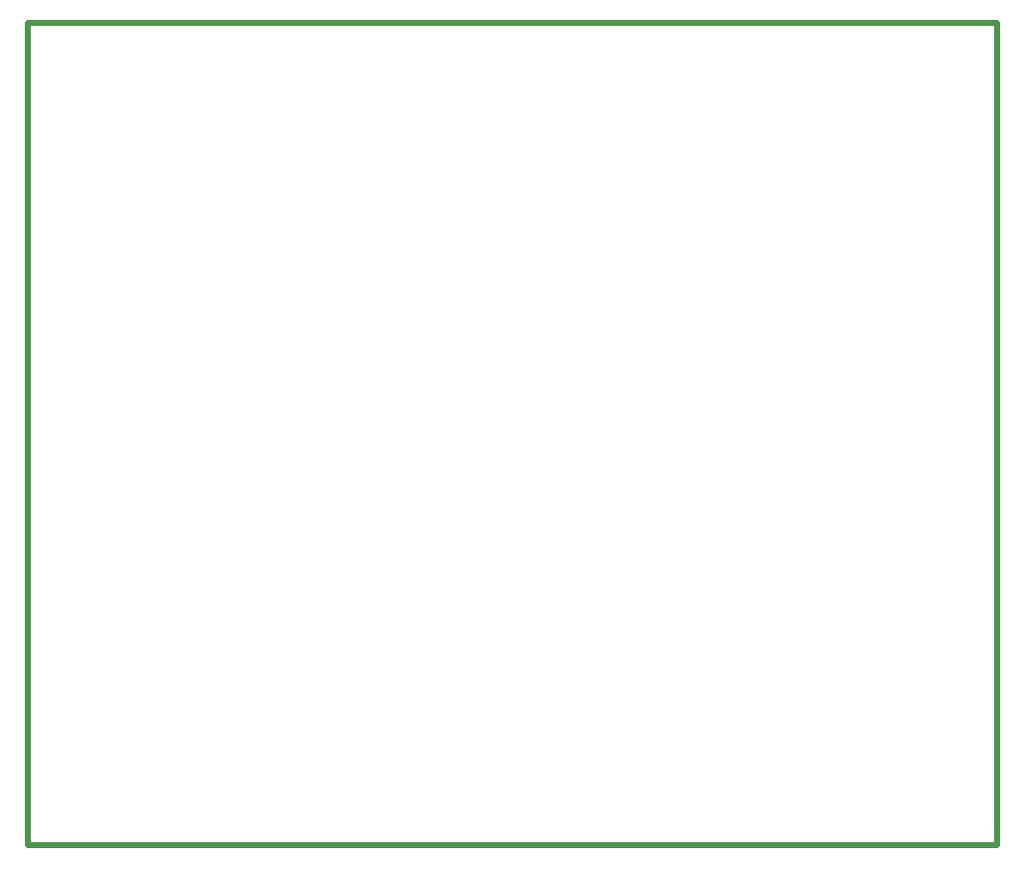
<source format=gm1>
G04*
G04 #@! TF.GenerationSoftware,Altium Limited,Altium Designer,22.4.2 (48)*
G04*
G04 Layer_Color=16711935*
%FSLAX23Y23*%
%MOIN*%
G70*
G04*
G04 #@! TF.SameCoordinates,3F3D87A5-55CA-4D91-88C0-6D81586DF976*
G04*
G04*
G04 #@! TF.FilePolarity,Positive*
G04*
G01*
G75*
%ADD54C,0.020*%
D54*
X0Y2756D02*
X3248D01*
Y0D02*
Y2756D01*
X0Y0D02*
X3248D01*
X0D02*
Y2756D01*
M02*

</source>
